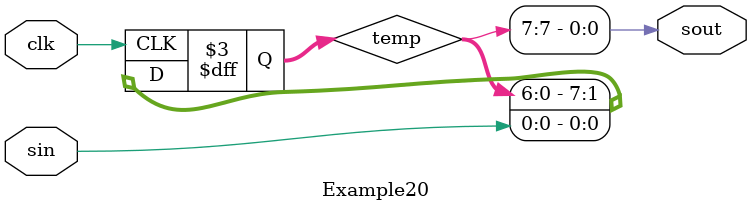
<source format=v>
`timescale 1ns / 1ps



/*

serial:               only the contents of the last flip-flop is accessed by the rest of the circuit
parallel:             the contents of one or several of flip-flops other than the last one, is accessed     1--------->0
shift modes:          left, right, etc.
*/

module Example20(sout, sin, clk);
output sout;
input sin,clk;
reg [7:0]temp;

always @(posedge clk)

begin
temp = temp<<1;
temp[0]=sin;
end

assign sout = temp[7];

endmodule

</source>
